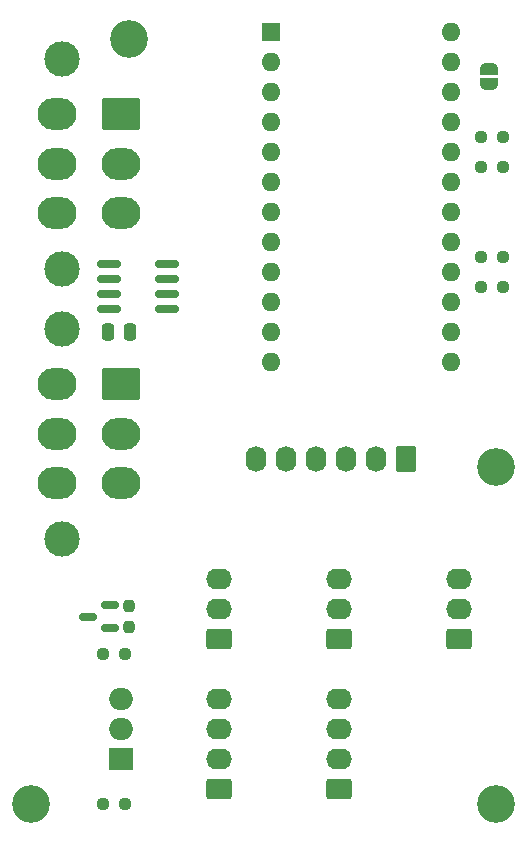
<source format=gbr>
%TF.GenerationSoftware,KiCad,Pcbnew,(6.0.9)*%
%TF.CreationDate,2023-01-21T07:08:28-09:00*%
%TF.ProjectId,CONTROLLER_AMPCD DDI,434f4e54-524f-44c4-9c45-525f414d5043,1*%
%TF.SameCoordinates,Original*%
%TF.FileFunction,Soldermask,Top*%
%TF.FilePolarity,Negative*%
%FSLAX46Y46*%
G04 Gerber Fmt 4.6, Leading zero omitted, Abs format (unit mm)*
G04 Created by KiCad (PCBNEW (6.0.9)) date 2023-01-21 07:08:28*
%MOMM*%
%LPD*%
G01*
G04 APERTURE LIST*
G04 Aperture macros list*
%AMRoundRect*
0 Rectangle with rounded corners*
0 $1 Rounding radius*
0 $2 $3 $4 $5 $6 $7 $8 $9 X,Y pos of 4 corners*
0 Add a 4 corners polygon primitive as box body*
4,1,4,$2,$3,$4,$5,$6,$7,$8,$9,$2,$3,0*
0 Add four circle primitives for the rounded corners*
1,1,$1+$1,$2,$3*
1,1,$1+$1,$4,$5*
1,1,$1+$1,$6,$7*
1,1,$1+$1,$8,$9*
0 Add four rect primitives between the rounded corners*
20,1,$1+$1,$2,$3,$4,$5,0*
20,1,$1+$1,$4,$5,$6,$7,0*
20,1,$1+$1,$6,$7,$8,$9,0*
20,1,$1+$1,$8,$9,$2,$3,0*%
%AMFreePoly0*
4,1,22,0.500000,-0.750000,0.000000,-0.750000,0.000000,-0.745033,-0.079941,-0.743568,-0.215256,-0.701293,-0.333266,-0.622738,-0.424486,-0.514219,-0.481581,-0.384460,-0.499164,-0.250000,-0.500000,-0.250000,-0.500000,0.250000,-0.499164,0.250000,-0.499963,0.256109,-0.478152,0.396186,-0.417904,0.524511,-0.324060,0.630769,-0.204165,0.706417,-0.067858,0.745374,0.000000,0.744959,0.000000,0.750000,
0.500000,0.750000,0.500000,-0.750000,0.500000,-0.750000,$1*%
%AMFreePoly1*
4,1,20,0.000000,0.744959,0.073905,0.744508,0.209726,0.703889,0.328688,0.626782,0.421226,0.519385,0.479903,0.390333,0.500000,0.250000,0.500000,-0.250000,0.499851,-0.262216,0.476331,-0.402017,0.414519,-0.529596,0.319384,-0.634700,0.198574,-0.708877,0.061801,-0.746166,0.000000,-0.745033,0.000000,-0.750000,-0.500000,-0.750000,-0.500000,0.750000,0.000000,0.750000,0.000000,0.744959,
0.000000,0.744959,$1*%
G04 Aperture macros list end*
%ADD10C,3.000000*%
%ADD11RoundRect,0.250001X-1.399999X1.099999X-1.399999X-1.099999X1.399999X-1.099999X1.399999X1.099999X0*%
%ADD12O,3.300000X2.700000*%
%ADD13RoundRect,0.250000X0.620000X0.845000X-0.620000X0.845000X-0.620000X-0.845000X0.620000X-0.845000X0*%
%ADD14O,1.740000X2.190000*%
%ADD15RoundRect,0.250000X0.845000X-0.620000X0.845000X0.620000X-0.845000X0.620000X-0.845000X-0.620000X0*%
%ADD16O,2.190000X1.740000*%
%ADD17RoundRect,0.150000X0.587500X0.150000X-0.587500X0.150000X-0.587500X-0.150000X0.587500X-0.150000X0*%
%ADD18RoundRect,0.237500X0.250000X0.237500X-0.250000X0.237500X-0.250000X-0.237500X0.250000X-0.237500X0*%
%ADD19RoundRect,0.237500X-0.250000X-0.237500X0.250000X-0.237500X0.250000X0.237500X-0.250000X0.237500X0*%
%ADD20RoundRect,0.237500X0.237500X-0.250000X0.237500X0.250000X-0.237500X0.250000X-0.237500X-0.250000X0*%
%ADD21R,2.000000X1.905000*%
%ADD22O,2.000000X1.905000*%
%ADD23RoundRect,0.250000X-0.250000X-0.475000X0.250000X-0.475000X0.250000X0.475000X-0.250000X0.475000X0*%
%ADD24C,3.200000*%
%ADD25FreePoly0,270.000000*%
%ADD26FreePoly1,270.000000*%
%ADD27RoundRect,0.150000X0.825000X0.150000X-0.825000X0.150000X-0.825000X-0.150000X0.825000X-0.150000X0*%
%ADD28R,1.600000X1.600000*%
%ADD29O,1.600000X1.600000*%
G04 APERTURE END LIST*
D10*
%TO.C,J1*%
X5120000Y47860000D03*
X5120000Y65660000D03*
D11*
X10160000Y60960000D03*
D12*
X10160000Y56760000D03*
X10160000Y52560000D03*
X4660000Y60960000D03*
X4660000Y56760000D03*
X4660000Y52560000D03*
%TD*%
D13*
%TO.C,J3*%
X34290000Y31750000D03*
D14*
X31750000Y31750000D03*
X29210000Y31750000D03*
X26670000Y31750000D03*
X24130000Y31750000D03*
X21590000Y31750000D03*
%TD*%
D15*
%TO.C,J4*%
X28575000Y16510000D03*
D16*
X28575000Y19050000D03*
X28575000Y21590000D03*
%TD*%
D15*
%TO.C,J5*%
X38735000Y16510000D03*
D16*
X38735000Y19050000D03*
X38735000Y21590000D03*
%TD*%
D15*
%TO.C,J6*%
X18415000Y3810000D03*
D16*
X18415000Y6350000D03*
X18415000Y8890000D03*
X18415000Y11430000D03*
%TD*%
D15*
%TO.C,J7*%
X28575000Y3810000D03*
D16*
X28575000Y6350000D03*
X28575000Y8890000D03*
X28575000Y11430000D03*
%TD*%
D17*
%TO.C,Q2*%
X9192500Y17465000D03*
X9192500Y19365000D03*
X7317500Y18415000D03*
%TD*%
D18*
%TO.C,R1*%
X10437500Y2540000D03*
X8612500Y2540000D03*
%TD*%
D19*
%TO.C,R2*%
X8612500Y15240000D03*
X10437500Y15240000D03*
%TD*%
D20*
%TO.C,R3*%
X10795000Y17502500D03*
X10795000Y19327500D03*
%TD*%
D21*
%TO.C,Q1*%
X10160000Y6350000D03*
D22*
X10160000Y8890000D03*
X10160000Y11430000D03*
%TD*%
D15*
%TO.C,J8*%
X18415000Y16510000D03*
D16*
X18415000Y19050000D03*
X18415000Y21590000D03*
%TD*%
D23*
%TO.C,C1*%
X9022000Y42545000D03*
X10922000Y42545000D03*
%TD*%
D24*
%TO.C,H1*%
X10795000Y67310000D03*
%TD*%
%TO.C,H2*%
X41910000Y31115000D03*
%TD*%
%TO.C,H3*%
X2540000Y2540000D03*
%TD*%
D25*
%TO.C,RST1*%
X41275000Y64785000D03*
D26*
X41275000Y63485000D03*
%TD*%
D27*
%TO.C,U1*%
X14032000Y44450000D03*
X14032000Y45720000D03*
X14032000Y46990000D03*
X14032000Y48260000D03*
X9082000Y48260000D03*
X9082000Y46990000D03*
X9082000Y45720000D03*
X9082000Y44450000D03*
%TD*%
D10*
%TO.C,J2*%
X5120000Y25000000D03*
X5120000Y42800000D03*
D11*
X10160000Y38100000D03*
D12*
X10160000Y33900000D03*
X10160000Y29700000D03*
X4660000Y38100000D03*
X4660000Y33900000D03*
X4660000Y29700000D03*
%TD*%
D24*
%TO.C,H4*%
X41910000Y2540000D03*
%TD*%
D19*
%TO.C,R6*%
X40640000Y48895000D03*
X42465000Y48895000D03*
%TD*%
D18*
%TO.C,R7*%
X42465000Y46355000D03*
X40640000Y46355000D03*
%TD*%
%TO.C,R5*%
X42465000Y56515000D03*
X40640000Y56515000D03*
%TD*%
D19*
%TO.C,R4*%
X40640000Y59055000D03*
X42465000Y59055000D03*
%TD*%
D28*
%TO.C,XU1*%
X22860000Y67945000D03*
D29*
X22860000Y65405000D03*
X22860000Y62865000D03*
X22860000Y60325000D03*
X22860000Y57785000D03*
X22860000Y55245000D03*
X22860000Y52705000D03*
X22860000Y50165000D03*
X22860000Y47625000D03*
X22860000Y45085000D03*
X22860000Y42545000D03*
X22860000Y40005000D03*
X38100000Y40005000D03*
X38100000Y42545000D03*
X38100000Y45085000D03*
X38100000Y47625000D03*
X38100000Y50165000D03*
X38100000Y52705000D03*
X38100000Y55245000D03*
X38100000Y57785000D03*
X38100000Y60325000D03*
X38100000Y62865000D03*
X38100000Y65405000D03*
X38100000Y67945000D03*
%TD*%
M02*

</source>
